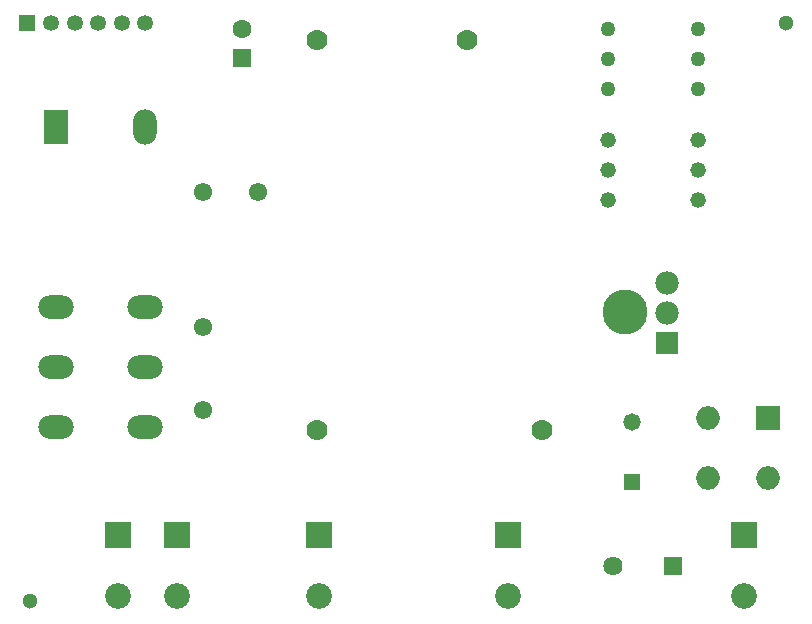
<source format=gbr>
%TF.GenerationSoftware,KiCad,Pcbnew,9.0.6-9.0.6~ubuntu24.04.1*%
%TF.CreationDate,2025-12-21T14:01:53+01:00*%
%TF.ProjectId,hv_board,68765f62-6f61-4726-942e-6b696361645f,rev?*%
%TF.SameCoordinates,Original*%
%TF.FileFunction,Soldermask,Bot*%
%TF.FilePolarity,Negative*%
%FSLAX46Y46*%
G04 Gerber Fmt 4.6, Leading zero omitted, Abs format (unit mm)*
G04 Created by KiCad (PCBNEW 9.0.6-9.0.6~ubuntu24.04.1) date 2025-12-21 14:01:53*
%MOMM*%
%LPD*%
G01*
G04 APERTURE LIST*
G04 Aperture macros list*
%AMRoundRect*
0 Rectangle with rounded corners*
0 $1 Rounding radius*
0 $2 $3 $4 $5 $6 $7 $8 $9 X,Y pos of 4 corners*
0 Add a 4 corners polygon primitive as box body*
4,1,4,$2,$3,$4,$5,$6,$7,$8,$9,$2,$3,0*
0 Add four circle primitives for the rounded corners*
1,1,$1+$1,$2,$3*
1,1,$1+$1,$4,$5*
1,1,$1+$1,$6,$7*
1,1,$1+$1,$8,$9*
0 Add four rect primitives between the rounded corners*
20,1,$1+$1,$2,$3,$4,$5,0*
20,1,$1+$1,$4,$5,$6,$7,0*
20,1,$1+$1,$6,$7,$8,$9,0*
20,1,$1+$1,$8,$9,$2,$3,0*%
G04 Aperture macros list end*
%ADD10C,1.549400*%
%ADD11C,1.320800*%
%ADD12R,1.625600X1.625600*%
%ADD13C,1.625600*%
%ADD14R,2.000000X2.000000*%
%ADD15O,2.000000X2.000000*%
%ADD16C,3.810000*%
%ADD17C,1.270000*%
%ADD18R,2.175000X2.175000*%
%ADD19C,2.175000*%
%ADD20O,3.000000X2.000000*%
%ADD21R,2.000000X3.000000*%
%ADD22O,2.000000X3.000000*%
%ADD23C,1.300000*%
%ADD24R,1.980000X1.980000*%
%ADD25C,1.980000*%
%ADD26RoundRect,0.250000X0.550000X-0.550000X0.550000X0.550000X-0.550000X0.550000X-0.550000X-0.550000X0*%
%ADD27C,1.600000*%
%ADD28C,1.778000*%
%ADD29R,1.473200X1.473200*%
%ADD30C,1.473200*%
%ADD31R,1.350000X1.350000*%
%ADD32C,1.350000*%
G04 APERTURE END LIST*
D10*
%TO.C,U2*%
X131649500Y-87309100D03*
X131649500Y-80298700D03*
X136349500Y-68792500D03*
X131650500Y-68792500D03*
%TD*%
D11*
%TO.C,U5*%
X173610000Y-69540000D03*
X173610000Y-67000000D03*
X173610000Y-64460000D03*
X165990000Y-64460000D03*
X165990000Y-67000000D03*
X165990000Y-69540000D03*
%TD*%
D12*
%TO.C,F1*%
X171500000Y-100500000D03*
D13*
X166420000Y-100500000D03*
%TD*%
D14*
%TO.C,D1*%
X179545000Y-87975000D03*
D15*
X174465000Y-87975000D03*
X174465000Y-93055000D03*
X179545000Y-93055000D03*
%TD*%
D16*
%TO.C,H1*%
X167400000Y-79000000D03*
%TD*%
D17*
%TO.C,U7*%
X165990000Y-55060000D03*
X165990000Y-57600000D03*
X165990000Y-60140000D03*
X173610000Y-60140000D03*
X173610000Y-57600000D03*
X173610000Y-55060000D03*
%TD*%
D18*
%TO.C,FA1*%
X177500000Y-97900000D03*
D19*
X177500000Y-103000000D03*
%TD*%
D18*
%TO.C,FA11*%
X124500000Y-97900000D03*
D19*
X124500000Y-103000000D03*
%TD*%
D20*
%TO.C,K1*%
X126750000Y-83650000D03*
X119250000Y-83650000D03*
X126750000Y-78610000D03*
X119250000Y-78610000D03*
X126750000Y-88690000D03*
X119250000Y-88690000D03*
D21*
X119250000Y-63350000D03*
D22*
X126750000Y-63350000D03*
%TD*%
D23*
%TO.C,REF\u002A\u002A*%
X117000000Y-103500000D03*
%TD*%
D18*
%TO.C,FA4*%
X157500000Y-97900000D03*
D19*
X157500000Y-103000000D03*
%TD*%
D24*
%TO.C,Q3*%
X171000000Y-81600000D03*
D25*
X171000000Y-79050000D03*
X171000000Y-76500000D03*
%TD*%
D18*
%TO.C,FA10*%
X129500000Y-97900000D03*
D19*
X129500000Y-103000000D03*
%TD*%
D26*
%TO.C,C3*%
X135000000Y-57500000D03*
D27*
X135000000Y-55000000D03*
%TD*%
D18*
%TO.C,FA7*%
X141500000Y-97900000D03*
D19*
X141500000Y-103000000D03*
%TD*%
D23*
%TO.C,REF\u002A\u002A*%
X181000000Y-54500000D03*
%TD*%
D28*
%TO.C,U1*%
X141340000Y-89010000D03*
X160390000Y-89010000D03*
X141340000Y-55990000D03*
X154040000Y-55990000D03*
%TD*%
D29*
%TO.C,F2*%
X168000000Y-93405000D03*
D30*
X168000000Y-88325000D03*
%TD*%
D31*
%TO.C,J6*%
X116800000Y-54500000D03*
D32*
X118800000Y-54500000D03*
X120800000Y-54500000D03*
X122800000Y-54500000D03*
X124800000Y-54500000D03*
X126800000Y-54500000D03*
%TD*%
M02*

</source>
